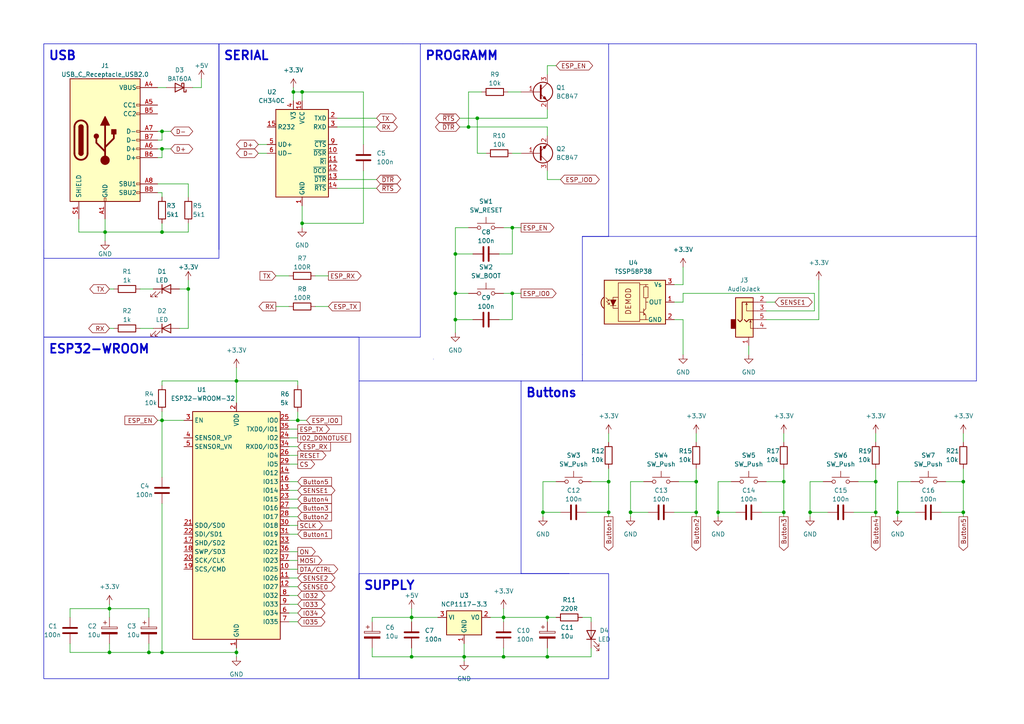
<source format=kicad_sch>
(kicad_sch (version 20230121) (generator eeschema)
  (paper "A4")
  (lib_symbols
    (symbol "Connector:USB_C_Receptacle_USB2.0" (pin_names (offset 1.016))
      (property "Reference" "J" (at -10.16 19.05 0))
      (property "Value" "USB_C_Receptacle_USB2.0" (at 19.05 19.05 0))
      (symbol "USB_C_Receptacle_USB2.0_1_1"
        (pin passive line (at 0 -22.86 90) (length 5.08) (name "GND") (number "A1"))
        (pin passive line (at 0 -22.86 90) (length 5.08) hide (name "GND") (number "A12"))
        (pin passive line (at 15.24 15.24 180) (length 5.08) (name "VBUS") (number "A4"))
        (pin bidirectional line (at 15.24 10.16 180) (length 5.08) (name "CC1") (number "A5"))
        (pin bidirectional line (at 15.24 -2.54 180) (length 5.08) (name "D+") (number "A6"))
        (pin bidirectional line (at 15.24 2.54 180) (length 5.08) (name "D-") (number "A7"))
        (pin bidirectional line (at 15.24 -12.7 180) (length 5.08) (name "SBU1") (number "A8"))
        (pin passive line (at 15.24 15.24 180) (length 5.08) hide (name "VBUS") (number "A9"))
        (pin passive line (at 0 -22.86 90) (length 5.08) hide (name "GND") (number "B1"))
        (pin passive line (at 0 -22.86 90) (length 5.08) hide (name "GND") (number "B12"))
        (pin passive line (at 15.24 15.24 180) (length 5.08) hide (name "VBUS") (number "B4"))
        (pin bidirectional line (at 15.24 7.62 180) (length 5.08) (name "CC2") (number "B5"))
        (pin bidirectional line (at 15.24 -5.08 180) (length 5.08) (name "D+") (number "B6"))
        (pin bidirectional line (at 15.24 0 180) (length 5.08) (name "D-") (number "B7"))
        (pin bidirectional line (at 15.24 -15.24 180) (length 5.08) (name "SBU2") (number "B8"))
        (pin passive line (at 15.24 15.24 180) (length 5.08) hide (name "VBUS") (number "B9"))
        (pin passive line (at -7.62 -22.86 90) (length 5.08) (name "SHIELD") (number "S1"))
      )
    )
    (symbol "Device:C" (pin_numbers hide) (pin_names (offset 0.254))
      (property "Reference" "C" (at 0.635 2.54 0))
      (property "Value" "C" (at 0.635 -2.54 0))
      (symbol "C_1_1"
        (pin passive line (at 0 3.81 270) (length 2.794) (name "~") (number "1"))
        (pin passive line (at 0 -3.81 90) (length 2.794) (name "~") (number "2"))
      )
    )
    (symbol "Device:C_Polarized" (pin_numbers hide) (pin_names (offset 0.254))
      (property "Reference" "C" (at 0.635 2.54 0))
      (property "Value" "C_Polarized" (at 0.635 -2.54 0))
      (symbol "C_Polarized_1_1"
        (pin passive line (at 0 3.81 270) (length 2.794) (name "~") (number "1"))
        (pin passive line (at 0 -3.81 90) (length 2.794) (name "~") (number "2"))
      )
    )
    (symbol "Device:LED" (pin_numbers hide) (pin_names (offset 1.016) hide)
      (property "Reference" "D" (at 0 2.54 0))
      (property "Value" "LED" (at 0 -2.54 0))
      (symbol "LED_1_1"
        (pin passive line (at -3.81 0 0) (length 2.54) (name "K") (number "1"))
        (pin passive line (at 3.81 0 180) (length 2.54) (name "A") (number "2"))
      )
    )
    (symbol "Device:R" (pin_numbers hide) (pin_names (offset 0))
      (property "Reference" "R" (at 2.032 0 90))
      (property "Value" "R" (at 0 0 90))
      (symbol "R_1_1"
        (pin passive line (at 0 3.81 270) (length 1.27) (name "~") (number "1"))
        (pin passive line (at 0 -3.81 90) (length 1.27) (name "~") (number "2"))
      )
    )
    (symbol "Diode:BAT60A" (pin_numbers hide) (pin_names (offset 1.016) hide)
      (property "Reference" "D" (at 0 2.54 0))
      (property "Value" "BAT60A" (at 0 -2.54 0))
      (symbol "BAT60A_1_1"
        (pin passive line (at -3.81 0 0) (length 2.54) (name "K") (number "1"))
        (pin passive line (at 3.81 0 180) (length 2.54) (name "A") (number "2"))
      )
    )
    (symbol "GioN_Custom:AudioJack"
      (property "Reference" "J" (at 0 11.43 0))
      (property "Value" "AudioJack" (at 0 8.89 0))
      (symbol "AudioJack_1_1"
        (pin passive line (at 0 -7.62 90) (length 2.54) (name "~") (number "1"))
        (pin passive line (at 5.08 5.08 180) (length 2.54) (name "~") (number "2"))
        (pin passive line (at 5.08 2.54 180) (length 2.54) (name "~") (number "3"))
        (pin passive line (at 5.08 -2.54 180) (length 2.54) (name "~") (number "4"))
        (pin passive line (at 5.08 0 180) (length 2.54) (name "~") (number "5"))
      )
    )
    (symbol "Interface_USB:CH340C"
      (property "Reference" "U" (at -5.08 13.97 0))
      (property "Value" "CH340C" (at 1.27 13.97 0))
      (symbol "CH340C_1_1"
        (pin power_in line (at 0 -15.24 90) (length 2.54) (name "GND") (number "1"))
        (pin input line (at 10.16 0 180) (length 2.54) (name "~{DSR}") (number "10"))
        (pin input line (at 10.16 -2.54 180) (length 2.54) (name "~{RI}") (number "11"))
        (pin input line (at 10.16 -5.08 180) (length 2.54) (name "~{DCD}") (number "12"))
        (pin output line (at 10.16 -7.62 180) (length 2.54) (name "~{DTR}") (number "13"))
        (pin output line (at 10.16 -10.16 180) (length 2.54) (name "~{RTS}") (number "14"))
        (pin input line (at -10.16 7.62 0) (length 2.54) (name "R232") (number "15"))
        (pin power_in line (at 0 15.24 270) (length 2.54) (name "VCC") (number "16"))
        (pin output line (at 10.16 10.16 180) (length 2.54) (name "TXD") (number "2"))
        (pin input line (at 10.16 7.62 180) (length 2.54) (name "RXD") (number "3"))
        (pin passive line (at -2.54 15.24 270) (length 2.54) (name "V3") (number "4"))
        (pin bidirectional line (at -10.16 2.54 0) (length 2.54) (name "UD+") (number "5"))
        (pin bidirectional line (at -10.16 0 0) (length 2.54) (name "UD-") (number "6"))
        (pin no_connect line (at -7.62 -7.62 0) (length 2.54) hide (name "NC") (number "7"))
        (pin no_connect line (at -7.62 -10.16 0) (length 2.54) hide (name "NC") (number "8"))
        (pin input line (at 10.16 2.54 180) (length 2.54) (name "~{CTS}") (number "9"))
      )
    )
    (symbol "RF_Module:ESP32-WROOM-32"
      (property "Reference" "U" (at -12.7 34.29 0))
      (property "Value" "ESP32-WROOM-32" (at 1.27 34.29 0))
      (symbol "ESP32-WROOM-32_1_1"
        (pin power_in line (at 0 -35.56 90) (length 2.54) (name "GND") (number "1"))
        (pin bidirectional line (at 15.24 -12.7 180) (length 2.54) (name "IO25") (number "10"))
        (pin bidirectional line (at 15.24 -15.24 180) (length 2.54) (name "IO26") (number "11"))
        (pin bidirectional line (at 15.24 -17.78 180) (length 2.54) (name "IO27") (number "12"))
        (pin bidirectional line (at 15.24 10.16 180) (length 2.54) (name "IO14") (number "13"))
        (pin bidirectional line (at 15.24 15.24 180) (length 2.54) (name "IO12") (number "14"))
        (pin passive line (at 0 -35.56 90) (length 2.54) hide (name "GND") (number "15"))
        (pin bidirectional line (at 15.24 12.7 180) (length 2.54) (name "IO13") (number "16"))
        (pin bidirectional line (at -15.24 -5.08 0) (length 2.54) (name "SHD/SD2") (number "17"))
        (pin bidirectional line (at -15.24 -7.62 0) (length 2.54) (name "SWP/SD3") (number "18"))
        (pin bidirectional line (at -15.24 -12.7 0) (length 2.54) (name "SCS/CMD") (number "19"))
        (pin power_in line (at 0 35.56 270) (length 2.54) (name "VDD") (number "2"))
        (pin bidirectional line (at -15.24 -10.16 0) (length 2.54) (name "SCK/CLK") (number "20"))
        (pin bidirectional line (at -15.24 0 0) (length 2.54) (name "SDO/SD0") (number "21"))
        (pin bidirectional line (at -15.24 -2.54 0) (length 2.54) (name "SDI/SD1") (number "22"))
        (pin bidirectional line (at 15.24 7.62 180) (length 2.54) (name "IO15") (number "23"))
        (pin bidirectional line (at 15.24 25.4 180) (length 2.54) (name "IO2") (number "24"))
        (pin bidirectional line (at 15.24 30.48 180) (length 2.54) (name "IO0") (number "25"))
        (pin bidirectional line (at 15.24 20.32 180) (length 2.54) (name "IO4") (number "26"))
        (pin bidirectional line (at 15.24 5.08 180) (length 2.54) (name "IO16") (number "27"))
        (pin bidirectional line (at 15.24 2.54 180) (length 2.54) (name "IO17") (number "28"))
        (pin bidirectional line (at 15.24 17.78 180) (length 2.54) (name "IO5") (number "29"))
        (pin input line (at -15.24 30.48 0) (length 2.54) (name "EN") (number "3"))
        (pin bidirectional line (at 15.24 0 180) (length 2.54) (name "IO18") (number "30"))
        (pin bidirectional line (at 15.24 -2.54 180) (length 2.54) (name "IO19") (number "31"))
        (pin no_connect line (at -12.7 -27.94 0) (length 2.54) hide (name "NC") (number "32"))
        (pin bidirectional line (at 15.24 -5.08 180) (length 2.54) (name "IO21") (number "33"))
        (pin bidirectional line (at 15.24 22.86 180) (length 2.54) (name "RXD0/IO3") (number "34"))
        (pin bidirectional line (at 15.24 27.94 180) (length 2.54) (name "TXD0/IO1") (number "35"))
        (pin bidirectional line (at 15.24 -7.62 180) (length 2.54) (name "IO22") (number "36"))
        (pin bidirectional line (at 15.24 -10.16 180) (length 2.54) (name "IO23") (number "37"))
        (pin passive line (at 0 -35.56 90) (length 2.54) hide (name "GND") (number "38"))
        (pin passive line (at 0 -35.56 90) (length 2.54) hide (name "GND") (number "39"))
        (pin input line (at -15.24 25.4 0) (length 2.54) (name "SENSOR_VP") (number "4"))
        (pin input line (at -15.24 22.86 0) (length 2.54) (name "SENSOR_VN") (number "5"))
        (pin input line (at 15.24 -25.4 180) (length 2.54) (name "IO34") (number "6"))
        (pin input line (at 15.24 -27.94 180) (length 2.54) (name "IO35") (number "7"))
        (pin bidirectional line (at 15.24 -20.32 180) (length 2.54) (name "IO32") (number "8"))
        (pin bidirectional line (at 15.24 -22.86 180) (length 2.54) (name "IO33") (number "9"))
      )
    )
    (symbol "Regulator_Linear:NCP1117-3.3_SOT223"
      (property "Reference" "U" (at -3.81 3.175 0))
      (property "Value" "NCP1117-3.3_SOT223" (at 0 3.175 0))
      (symbol "NCP1117-3.3_SOT223_1_1"
        (pin power_in line (at 0 -7.62 90) (length 2.54) (name "GND") (number "1"))
        (pin power_out line (at 7.62 0 180) (length 2.54) (name "VO") (number "2"))
        (pin power_in line (at -7.62 0 0) (length 2.54) (name "VI") (number "3"))
      )
    )
    (symbol "Sensor_Proximity:TSSP58P38" (pin_names (offset 1.016))
      (property "Reference" "U" (at -10.16 7.62 0))
      (property "Value" "TSSP58P38" (at -10.16 -7.62 0))
      (symbol "TSSP58P38_0_0"
        (text "DEMOD" (at -3.175 0.254 900) (effects (font (size 1.524 1.524))))
      )
      (symbol "TSSP58P38_1_1"
        (pin output line (at 10.16 0 180) (length 2.54) (name "OUT") (number "1"))
        (pin power_in line (at 10.16 -5.08 180) (length 2.54) (name "GND") (number "2"))
        (pin power_in line (at 10.16 5.08 180) (length 2.54) (name "Vs") (number "3"))
      )
    )
    (symbol "Switch:SW_Push" (pin_numbers hide) (pin_names (offset 1.016) hide)
      (property "Reference" "SW" (at 1.27 2.54 0))
      (property "Value" "SW_Push" (at 0 -1.524 0))
      (symbol "SW_Push_0_1"
        (pin passive line (at -5.08 0 0) (length 2.54) (name "1") (number "1"))
        (pin passive line (at 5.08 0 180) (length 2.54) (name "2") (number "2"))
      )
    )
    (symbol "Transistor_BJT:BC847" (pin_names (offset 0) hide)
      (property "Reference" "Q" (at 5.08 1.905 0))
      (property "Value" "BC847" (at 5.08 0 0))
      (symbol "BC847_1_1"
        (pin input line (at -5.08 0 0) (length 5.715) (name "B") (number "1"))
        (pin passive line (at 2.54 -5.08 90) (length 2.54) (name "E") (number "2"))
        (pin passive line (at 2.54 5.08 270) (length 2.54) (name "C") (number "3"))
      )
    )
    (symbol "power:+3.3V" (power) (pin_names (offset 0))
      (property "Value" "+3.3V" (at 0 3.556 0))
      (symbol "+3.3V_1_1"
        (pin power_in line (at 0 0 90) (length 0) hide (name "+3.3V") (number "1"))
      )
    )
    (symbol "power:+5V" (power) (pin_names (offset 0))
      (property "Value" "+5V" (at 0 3.556 0))
      (symbol "+5V_1_1"
        (pin power_in line (at 0 0 90) (length 0) hide (name "+5V") (number "1"))
      )
    )
    (symbol "power:GND" (power) (pin_names (offset 0))
      (property "Value" "GND" (at 0 -3.81 0))
      (symbol "GND_1_1"
        (pin power_in line (at 0 0 270) (length 0) hide (name "GND") (number "1"))
      )
    )
  )
  (junction (at 30.48 67.31))
  (junction (at 68.58 189.23))
  (junction (at 87.63 26.67))
  (junction (at 148.59 66.04))
  (junction (at 227.33 139.7))
  (junction (at 119.38 179.07))
  (junction (at 46.99 121.92))
  (junction (at 208.28 148.59))
  (junction (at 176.53 148.59))
  (junction (at 201.93 148.59))
  (junction (at 148.59 85.09))
  (junction (at 146.05 190.5))
  (junction (at 132.08 85.09))
  (junction (at 146.05 179.07))
  (junction (at 86.36 121.92))
  (junction (at 279.4 148.59))
  (junction (at 119.38 190.5))
  (junction (at 176.53 139.7))
  (junction (at 85.09 26.67))
  (junction (at 132.08 73.66))
  (junction (at 43.18 189.23))
  (junction (at 31.75 176.53))
  (junction (at 46.99 43.18))
  (junction (at 260.35 148.59))
  (junction (at 227.33 148.59))
  (junction (at 87.63 64.77))
  (junction (at 158.75 190.5))
  (junction (at 132.08 92.71))
  (junction (at 138.43 34.29))
  (junction (at 182.88 148.59))
  (junction (at 46.99 67.31))
  (junction (at 68.58 110.49))
  (junction (at 46.99 189.23))
  (junction (at 135.89 36.83))
  (junction (at 157.48 148.59))
  (junction (at 254 139.7))
  (junction (at 31.75 189.23))
  (junction (at 279.4 139.7))
  (junction (at 254 148.59))
  (junction (at 234.95 148.59))
  (junction (at 201.93 139.7))
  (junction (at 46.99 38.1))
  (junction (at 158.75 179.07))
  (junction (at 134.62 190.5))
  (junction (at 54.61 83.82))
  (wire (pts (xy 22.86 63.5) (xy 22.86 67.31)))
  (wire (pts (xy 158.75 36.83) (xy 135.89 36.83)))
  (wire (pts (xy 46.99 38.1) (xy 45.72 38.1)))
  (wire (pts (xy 31.75 95.25) (xy 33.02 95.25)))
  (wire (pts (xy 74.93 41.91) (xy 77.47 41.91)))
  (wire (pts (xy 148.59 66.04) (xy 146.05 66.04)))
  (wire (pts (xy 58.42 25.4) (xy 55.88 25.4)))
  (wire (pts (xy 46.99 111.76) (xy 46.99 110.49)))
  (wire (pts (xy 46.99 110.49) (xy 68.58 110.49)))
  (wire (pts (xy 31.75 176.53) (xy 31.75 179.07)))
  (wire (pts (xy 198.12 82.55) (xy 195.58 82.55)))
  (wire (pts (xy 54.61 95.25) (xy 54.61 83.82)))
  (wire (pts (xy 146.05 187.96) (xy 146.05 190.5)))
  (wire (pts (xy 45.72 53.34) (xy 54.61 53.34)))
  (wire (pts (xy 83.82 121.92) (xy 86.36 121.92)))
  (wire (pts (xy 31.75 186.69) (xy 31.75 189.23)))
  (wire (pts (xy 279.4 148.59) (xy 279.4 149.86)))
  (wire (pts (xy 43.18 189.23) (xy 46.99 189.23)))
  (wire (pts (xy 83.82 144.78) (xy 86.36 144.78)))
  (wire (pts (xy 237.49 81.28) (xy 237.49 92.71)))
  (wire (pts (xy 132.08 85.09) (xy 135.89 85.09)))
  (wire (pts (xy 86.36 119.38) (xy 86.36 121.92)))
  (wire (pts (xy 132.08 92.71) (xy 137.16 92.71)))
  (wire (pts (xy 222.25 139.7) (xy 227.33 139.7)))
  (wire (pts (xy 80.01 88.9) (xy 83.82 88.9)))
  (wire (pts (xy 198.12 87.63) (xy 195.58 87.63)))
  (wire (pts (xy 157.48 139.7) (xy 157.48 148.59)))
  (wire (pts (xy 234.95 148.59) (xy 240.03 148.59)))
  (wire (pts (xy 147.32 26.67) (xy 151.13 26.67)))
  (wire (pts (xy 198.12 77.47) (xy 198.12 82.55)))
  (wire (pts (xy 135.89 26.67) (xy 139.7 26.67)))
  (wire (pts (xy 212.09 139.7) (xy 208.28 139.7)))
  (wire (pts (xy 83.82 154.94) (xy 86.36 154.94)))
  (polyline (pts (xy 168.91 102.87) (xy 168.91 110.49)))
  (wire (pts (xy 46.99 67.31) (xy 54.61 67.31)))
  (polyline (pts (xy 12.7 72.39) (xy 12.7 97.79)))
  (wire (pts (xy 158.75 52.07) (xy 162.56 52.07)))
  (wire (pts (xy 168.91 179.07) (xy 171.45 179.07)))
  (wire (pts (xy 158.75 180.34) (xy 158.75 179.07)))
  (wire (pts (xy 83.82 160.02) (xy 86.36 160.02)))
  (wire (pts (xy 40.64 95.25) (xy 44.45 95.25)))
  (polyline (pts (xy 176.53 12.7) (xy 176.53 68.58)))
  (polyline (pts (xy 151.13 110.49) (xy 151.13 166.37)))
  (wire (pts (xy 176.53 148.59) (xy 170.18 148.59)))
  (wire (pts (xy 176.53 139.7) (xy 176.53 148.59)))
  (wire (pts (xy 208.28 148.59) (xy 208.28 149.86)))
  (wire (pts (xy 279.4 139.7) (xy 279.4 148.59)))
  (wire (pts (xy 171.45 187.96) (xy 171.45 190.5)))
  (wire (pts (xy 83.82 147.32) (xy 86.36 147.32)))
  (wire (pts (xy 217.17 100.33) (xy 217.17 102.87)))
  (wire (pts (xy 234.95 139.7) (xy 234.95 148.59)))
  (wire (pts (xy 46.99 189.23) (xy 68.58 189.23)))
  (wire (pts (xy 135.89 36.83) (xy 135.89 26.67)))
  (wire (pts (xy 83.82 180.34) (xy 86.36 180.34)))
  (wire (pts (xy 182.88 148.59) (xy 182.88 149.86)))
  (wire (pts (xy 46.99 121.92) (xy 53.34 121.92)))
  (wire (pts (xy 144.78 73.66) (xy 148.59 73.66)))
  (wire (pts (xy 83.82 149.86) (xy 86.36 149.86)))
  (wire (pts (xy 158.75 190.5) (xy 146.05 190.5)))
  (wire (pts (xy 58.42 22.86) (xy 58.42 25.4)))
  (wire (pts (xy 30.48 63.5) (xy 30.48 67.31)))
  (wire (pts (xy 195.58 92.71) (xy 198.12 92.71)))
  (wire (pts (xy 107.95 179.07) (xy 119.38 179.07)))
  (wire (pts (xy 85.09 25.4) (xy 85.09 26.67)))
  (wire (pts (xy 146.05 176.53) (xy 146.05 179.07)))
  (wire (pts (xy 83.82 134.62) (xy 86.36 134.62)))
  (wire (pts (xy 54.61 83.82) (xy 54.61 81.28)))
  (wire (pts (xy 105.41 49.53) (xy 105.41 64.77)))
  (wire (pts (xy 46.99 64.77) (xy 46.99 67.31)))
  (wire (pts (xy 133.35 36.83) (xy 135.89 36.83)))
  (wire (pts (xy 46.99 45.72) (xy 45.72 45.72)))
  (wire (pts (xy 20.32 176.53) (xy 31.75 176.53)))
  (wire (pts (xy 157.48 148.59) (xy 162.56 148.59)))
  (wire (pts (xy 119.38 179.07) (xy 119.38 176.53)))
  (polyline (pts (xy 151.13 166.37) (xy 165.1 166.37)))
  (wire (pts (xy 134.62 190.5) (xy 134.62 191.77)))
  (wire (pts (xy 222.25 87.63) (xy 224.79 87.63)))
  (wire (pts (xy 142.24 179.07) (xy 146.05 179.07)))
  (wire (pts (xy 158.75 187.96) (xy 158.75 190.5)))
  (wire (pts (xy 68.58 187.96) (xy 68.58 189.23)))
  (wire (pts (xy 227.33 148.59) (xy 227.33 149.86)))
  (wire (pts (xy 105.41 26.67) (xy 87.63 26.67)))
  (wire (pts (xy 176.53 148.59) (xy 176.53 149.86)))
  (wire (pts (xy 45.72 43.18) (xy 46.99 43.18)))
  (wire (pts (xy 138.43 34.29) (xy 138.43 44.45)))
  (wire (pts (xy 158.75 179.07) (xy 146.05 179.07)))
  (wire (pts (xy 87.63 64.77) (xy 87.63 66.04)))
  (wire (pts (xy 132.08 73.66) (xy 137.16 73.66)))
  (wire (pts (xy 87.63 29.21) (xy 87.63 26.67)))
  (wire (pts (xy 83.82 165.1) (xy 86.36 165.1)))
  (wire (pts (xy 83.82 177.8) (xy 86.36 177.8)))
  (wire (pts (xy 107.95 187.96) (xy 107.95 190.5)))
  (wire (pts (xy 43.18 176.53) (xy 43.18 179.07)))
  (wire (pts (xy 83.82 152.4) (xy 86.36 152.4)))
  (wire (pts (xy 201.93 148.59) (xy 195.58 148.59)))
  (wire (pts (xy 54.61 53.34) (xy 54.61 57.15)))
  (wire (pts (xy 279.4 135.89) (xy 279.4 139.7)))
  (wire (pts (xy 133.35 34.29) (xy 138.43 34.29)))
  (wire (pts (xy 148.59 73.66) (xy 148.59 66.04)))
  (wire (pts (xy 46.99 43.18) (xy 46.99 45.72)))
  (wire (pts (xy 105.41 41.91) (xy 105.41 26.67)))
  (wire (pts (xy 97.79 34.29) (xy 109.22 34.29)))
  (wire (pts (xy 119.38 179.07) (xy 119.38 180.34)))
  (wire (pts (xy 227.33 148.59) (xy 220.98 148.59)))
  (wire (pts (xy 158.75 179.07) (xy 161.29 179.07)))
  (wire (pts (xy 31.75 189.23) (xy 20.32 189.23)))
  (polyline (pts (xy 125.73 104.14) (xy 125.73 104.14)))
  (wire (pts (xy 83.82 139.7) (xy 86.36 139.7)))
  (wire (pts (xy 260.35 139.7) (xy 260.35 148.59)))
  (wire (pts (xy 31.75 175.26) (xy 31.75 176.53)))
  (wire (pts (xy 234.95 148.59) (xy 234.95 149.86)))
  (wire (pts (xy 119.38 187.96) (xy 119.38 190.5)))
  (wire (pts (xy 46.99 119.38) (xy 46.99 121.92)))
  (wire (pts (xy 86.36 111.76) (xy 86.36 110.49)))
  (wire (pts (xy 45.72 25.4) (xy 48.26 25.4)))
  (polyline (pts (xy 12.7 97.79) (xy 121.92 97.79)))
  (wire (pts (xy 31.75 176.53) (xy 43.18 176.53)))
  (wire (pts (xy 31.75 83.82) (xy 33.02 83.82)))
  (wire (pts (xy 86.36 121.92) (xy 88.9 121.92)))
  (wire (pts (xy 158.75 31.75) (xy 158.75 34.29)))
  (wire (pts (xy 158.75 49.53) (xy 158.75 52.07)))
  (wire (pts (xy 158.75 34.29) (xy 138.43 34.29)))
  (wire (pts (xy 260.35 148.59) (xy 265.43 148.59)))
  (polyline (pts (xy 116.84 12.7) (xy 63.5 12.7)))
  (polyline (pts (xy 121.92 97.79) (xy 121.92 12.7)))
  (wire (pts (xy 208.28 139.7) (xy 208.28 148.59)))
  (polyline (pts (xy 168.91 102.87) (xy 168.91 68.58)))
  (polyline (pts (xy 168.91 68.58) (xy 176.53 68.58)))
  (wire (pts (xy 171.45 179.07) (xy 171.45 180.34)))
  (wire (pts (xy 107.95 180.34) (xy 107.95 179.07)))
  (wire (pts (xy 83.82 127) (xy 86.36 127)))
  (wire (pts (xy 46.99 40.64) (xy 46.99 38.1)))
  (wire (pts (xy 20.32 179.07) (xy 20.32 176.53)))
  (wire (pts (xy 83.82 167.64) (xy 86.36 167.64)))
  (wire (pts (xy 222.25 92.71) (xy 237.49 92.71)))
  (polyline (pts (xy 283.21 110.49) (xy 283.21 68.58)))
  (wire (pts (xy 43.18 186.69) (xy 43.18 189.23)))
  (polyline (pts (xy 283.21 68.58) (xy 168.91 68.58)))
  (wire (pts (xy 157.48 148.59) (xy 157.48 149.86)))
  (wire (pts (xy 105.41 64.77) (xy 87.63 64.77)))
  (wire (pts (xy 248.92 139.7) (xy 254 139.7)))
  (wire (pts (xy 91.44 80.01) (xy 95.25 80.01)))
  (polyline (pts (xy 116.84 12.7) (xy 176.53 12.7)))
  (wire (pts (xy 52.07 95.25) (xy 54.61 95.25)))
  (wire (pts (xy 97.79 54.61) (xy 109.22 54.61)))
  (wire (pts (xy 148.59 44.45) (xy 151.13 44.45)))
  (wire (pts (xy 264.16 139.7) (xy 260.35 139.7)))
  (wire (pts (xy 30.48 67.31) (xy 46.99 67.31)))
  (wire (pts (xy 146.05 190.5) (xy 134.62 190.5)))
  (wire (pts (xy 87.63 59.69) (xy 87.63 64.77)))
  (wire (pts (xy 52.07 83.82) (xy 54.61 83.82)))
  (wire (pts (xy 201.93 135.89) (xy 201.93 139.7)))
  (wire (pts (xy 208.28 148.59) (xy 213.36 148.59)))
  (polyline (pts (xy 283.21 12.7) (xy 283.21 68.58)))
  (wire (pts (xy 148.59 85.09) (xy 146.05 85.09)))
  (polyline (pts (xy 176.53 12.7) (xy 283.21 12.7)))
  (wire (pts (xy 182.88 148.59) (xy 187.96 148.59)))
  (polyline (pts (xy 63.5 12.7) (xy 63.5 72.39)))
  (wire (pts (xy 31.75 189.23) (xy 43.18 189.23)))
  (wire (pts (xy 260.35 148.59) (xy 260.35 149.86)))
  (wire (pts (xy 45.72 55.88) (xy 46.99 55.88)))
  (wire (pts (xy 198.12 92.71) (xy 198.12 102.87)))
  (wire (pts (xy 254 148.59) (xy 254 149.86)))
  (wire (pts (xy 254 139.7) (xy 254 148.59)))
  (wire (pts (xy 254 148.59) (xy 247.65 148.59)))
  (wire (pts (xy 201.93 125.73) (xy 201.93 128.27)))
  (wire (pts (xy 83.82 129.54) (xy 86.36 129.54)))
  (wire (pts (xy 40.64 83.82) (xy 44.45 83.82)))
  (wire (pts (xy 274.32 139.7) (xy 279.4 139.7)))
  (wire (pts (xy 107.95 190.5) (xy 119.38 190.5)))
  (wire (pts (xy 86.36 110.49) (xy 68.58 110.49)))
  (wire (pts (xy 83.82 172.72) (xy 86.36 172.72)))
  (wire (pts (xy 236.22 90.17) (xy 236.22 85.09)))
  (wire (pts (xy 68.58 110.49) (xy 68.58 116.84)))
  (wire (pts (xy 91.44 88.9) (xy 95.25 88.9)))
  (wire (pts (xy 132.08 66.04) (xy 132.08 73.66)))
  (wire (pts (xy 176.53 125.73) (xy 176.53 128.27)))
  (wire (pts (xy 46.99 38.1) (xy 49.53 38.1)))
  (wire (pts (xy 83.82 142.24) (xy 86.36 142.24)))
  (wire (pts (xy 148.59 66.04) (xy 151.13 66.04)))
  (wire (pts (xy 158.75 19.05) (xy 161.29 19.05)))
  (wire (pts (xy 83.82 124.46) (xy 86.36 124.46)))
  (wire (pts (xy 20.32 186.69) (xy 20.32 189.23)))
  (wire (pts (xy 46.99 55.88) (xy 46.99 57.15)))
  (wire (pts (xy 238.76 139.7) (xy 234.95 139.7)))
  (wire (pts (xy 85.09 26.67) (xy 87.63 26.67)))
  (wire (pts (xy 45.72 121.92) (xy 46.99 121.92)))
  (wire (pts (xy 279.4 148.59) (xy 273.05 148.59)))
  (wire (pts (xy 254 125.73) (xy 254 128.27)))
  (wire (pts (xy 46.99 121.92) (xy 46.99 138.43)))
  (wire (pts (xy 254 135.89) (xy 254 139.7)))
  (wire (pts (xy 30.48 67.31) (xy 30.48 69.85)))
  (wire (pts (xy 80.01 80.01) (xy 83.82 80.01)))
  (polyline (pts (xy 168.91 110.49) (xy 151.13 110.49)))
  (wire (pts (xy 83.82 132.08) (xy 86.36 132.08)))
  (wire (pts (xy 97.79 36.83) (xy 109.22 36.83)))
  (wire (pts (xy 148.59 85.09) (xy 151.13 85.09)))
  (wire (pts (xy 22.86 67.31) (xy 30.48 67.31)))
  (wire (pts (xy 146.05 179.07) (xy 146.05 180.34)))
  (wire (pts (xy 97.79 52.07) (xy 109.22 52.07)))
  (wire (pts (xy 158.75 39.37) (xy 158.75 36.83)))
  (wire (pts (xy 196.85 139.7) (xy 201.93 139.7)))
  (polyline (pts (xy 168.91 110.49) (xy 283.21 110.49)))
  (wire (pts (xy 83.82 170.18) (xy 86.36 170.18)))
  (wire (pts (xy 46.99 43.18) (xy 49.53 43.18)))
  (wire (pts (xy 138.43 44.45) (xy 140.97 44.45)))
  (wire (pts (xy 54.61 67.31) (xy 54.61 64.77)))
  (wire (pts (xy 171.45 190.5) (xy 158.75 190.5)))
  (wire (pts (xy 201.93 148.59) (xy 201.93 149.86)))
  (wire (pts (xy 227.33 139.7) (xy 227.33 148.59)))
  (wire (pts (xy 85.09 26.67) (xy 85.09 29.21)))
  (wire (pts (xy 227.33 125.73) (xy 227.33 128.27)))
  (wire (pts (xy 68.58 189.23) (xy 68.58 190.5)))
  (wire (pts (xy 83.82 162.56) (xy 86.36 162.56)))
  (wire (pts (xy 158.75 21.59) (xy 158.75 19.05)))
  (wire (pts (xy 182.88 139.7) (xy 182.88 148.59)))
  (wire (pts (xy 161.29 139.7) (xy 157.48 139.7)))
  (wire (pts (xy 132.08 85.09) (xy 132.08 92.71)))
  (wire (pts (xy 45.72 40.64) (xy 46.99 40.64)))
  (wire (pts (xy 201.93 139.7) (xy 201.93 148.59)))
  (wire (pts (xy 46.99 189.23) (xy 46.99 146.05)))
  (wire (pts (xy 227.33 135.89) (xy 227.33 139.7)))
  (wire (pts (xy 134.62 186.69) (xy 134.62 190.5)))
  (wire (pts (xy 222.25 90.17) (xy 236.22 90.17)))
  (wire (pts (xy 119.38 190.5) (xy 134.62 190.5)))
  (wire (pts (xy 144.78 92.71) (xy 148.59 92.71)))
  (wire (pts (xy 198.12 85.09) (xy 198.12 87.63)))
  (wire (pts (xy 132.08 92.71) (xy 132.08 96.52)))
  (wire (pts (xy 74.93 44.45) (xy 77.47 44.45)))
  (wire (pts (xy 148.59 92.71) (xy 148.59 85.09)))
  (wire (pts (xy 186.69 139.7) (xy 182.88 139.7)))
  (wire (pts (xy 171.45 139.7) (xy 176.53 139.7)))
  (wire (pts (xy 236.22 85.09) (xy 198.12 85.09)))
  (polyline (pts (xy 104.14 110.49) (xy 151.13 110.49)))
  (wire (pts (xy 127 179.07) (xy 119.38 179.07)))
  (wire (pts (xy 279.4 125.73) (xy 279.4 128.27)))
  (wire (pts (xy 83.82 175.26) (xy 86.36 175.26)))
  (wire (pts (xy 132.08 73.66) (xy 132.08 85.09)))
  (wire (pts (xy 68.58 106.68) (xy 68.58 110.49)))
  (wire (pts (xy 176.53 135.89) (xy 176.53 139.7)))
  (wire (pts (xy 135.89 66.04) (xy 132.08 66.04)))
  (rectangle (start 12.7 12.7) (end 63.5 74.93))
  (rectangle (start 12.7 97.79) (end 104.14 196.85))
  (rectangle (start 104.14 166.37) (end 176.53 196.85))
  (text "USB" (at 13.97 17.78 0) (effects (font (size 2.54 2.54) (thickness 0.508) bold) (justify left bottom)))
  (text "SERIAL" (at 64.77 17.78 0) (effects (font (size 2.54 2.54) (thickness 0.508) bold) (justify left bottom)))
  (text "ESP32-WROOM" (at 13.97 102.87 0) (effects (font (size 2.54 2.54) (thickness 0.508) bold) (justify left bottom)))
  (text "PROGRAMM\n" (at 123.19 17.78 0) (effects (font (size 2.54 2.54) (thickness 0.508) bold) (justify left bottom)))
  (text "Buttons" (at 152.4 115.57 0) (effects (font (size 2.54 2.54) (thickness 0.508) bold) (justify left bottom)))
  (text "SUPPLY\n" (at 105.41 171.45 0) (effects (font (size 2.54 2.54) (thickness 0.508) bold) (justify left bottom)))
  (global_label "ESP_EN" (shape bidirectional) (at 161.29 19.05 0) (property "Intersheetrefs" "${INTERSHEET_REFS}" (effects hide)))
  (global_label "Button2" (shape output) (at 201.93 149.86 270) (property "Intersheetrefs" "${INTERSHEET_REFS}" (effects hide)))
  (global_label "RX" (shape bidirectional) (at 31.75 95.25 180) (property "Intersheetrefs" "${INTERSHEET_REFS}" (effects hide)))
  (global_label "D-" (shape bidirectional) (at 74.93 44.45 180) (property "Intersheetrefs" "${INTERSHEET_REFS}" (effects hide)))
  (global_label "ESP_IO0" (shape input) (at 88.9 121.92 0) (property "Intersheetrefs" "${INTERSHEET_REFS}" (effects hide)))
  (global_label "SENSE1" (shape bidirectional) (at 86.36 142.24 0) (property "Intersheetrefs" "${INTERSHEET_REFS}" (effects hide)))
  (global_label "Button3" (shape output) (at 227.33 149.86 270) (property "Intersheetrefs" "${INTERSHEET_REFS}" (effects hide)))
  (global_label "TX" (shape bidirectional) (at 31.75 83.82 180) (property "Intersheetrefs" "${INTERSHEET_REFS}" (effects hide)))
  (global_label "ESP_IO0" (shape bidirectional) (at 162.56 52.07 0) (property "Intersheetrefs" "${INTERSHEET_REFS}" (effects hide)))
  (global_label "RX" (shape output) (at 80.01 88.9 180) (property "Intersheetrefs" "${INTERSHEET_REFS}" (effects hide)))
  (global_label "Button1" (shape output) (at 176.53 149.86 270) (property "Intersheetrefs" "${INTERSHEET_REFS}" (effects hide)))
  (global_label "Button1" (shape input) (at 86.36 154.94 0) (property "Intersheetrefs" "${INTERSHEET_REFS}" (effects hide)))
  (global_label "IO34" (shape bidirectional) (at 86.36 177.8 0) (property "Intersheetrefs" "${INTERSHEET_REFS}" (effects hide)))
  (global_label "~{DTR}" (shape bidirectional) (at 133.35 36.83 180) (property "Intersheetrefs" "${INTERSHEET_REFS}" (effects hide)))
  (global_label "ESP_RX" (shape output) (at 95.25 80.01 0) (property "Intersheetrefs" "${INTERSHEET_REFS}" (effects hide)))
  (global_label "Button4" (shape input) (at 86.36 144.78 0) (property "Intersheetrefs" "${INTERSHEET_REFS}" (effects hide)))
  (global_label "Button5" (shape input) (at 86.36 139.7 0) (property "Intersheetrefs" "${INTERSHEET_REFS}" (effects hide)))
  (global_label "IO35" (shape bidirectional) (at 86.36 180.34 0) (property "Intersheetrefs" "${INTERSHEET_REFS}" (effects hide)))
  (global_label "ESP_TX" (shape output) (at 86.36 124.46 0) (property "Intersheetrefs" "${INTERSHEET_REFS}" (effects hide)))
  (global_label "RESET" (shape output) (at 86.36 132.08 0) (property "Intersheetrefs" "${INTERSHEET_REFS}" (effects hide)))
  (global_label "~{RTS}" (shape bidirectional) (at 109.22 54.61 0) (property "Intersheetrefs" "${INTERSHEET_REFS}" (effects hide)))
  (global_label "SENSE2" (shape bidirectional) (at 86.36 167.64 0) (property "Intersheetrefs" "${INTERSHEET_REFS}" (effects hide)))
  (global_label "D-" (shape bidirectional) (at 49.53 38.1 0) (property "Intersheetrefs" "${INTERSHEET_REFS}" (effects hide)))
  (global_label "ESP_IO0" (shape output) (at 151.13 85.09 0) (property "Intersheetrefs" "${INTERSHEET_REFS}" (effects hide)))
  (global_label "D+" (shape bidirectional) (at 49.53 43.18 0) (property "Intersheetrefs" "${INTERSHEET_REFS}" (effects hide)))
  (global_label "ON" (shape output) (at 86.36 160.02 0) (property "Intersheetrefs" "${INTERSHEET_REFS}" (effects hide)))
  (global_label "Button3" (shape input) (at 86.36 147.32 0) (property "Intersheetrefs" "${INTERSHEET_REFS}" (effects hide)))
  (global_label "SCLK" (shape output) (at 86.36 152.4 0) (property "Intersheetrefs" "${INTERSHEET_REFS}" (effects hide)))
  (global_label "SENSE1" (shape bidirectional) (at 224.79 87.63 0) (property "Intersheetrefs" "${INTERSHEET_REFS}" (effects hide)))
  (global_label "IO2_DONOTUSE" (shape passive) (at 86.36 127 0) (property "Intersheetrefs" "${INTERSHEET_REFS}" (effects hide)))
  (global_label "DTA{slash}CTRL" (shape output) (at 86.36 165.1 0) (property "Intersheetrefs" "${INTERSHEET_REFS}" (effects hide)))
  (global_label "ESP_TX" (shape input) (at 95.25 88.9 0) (property "Intersheetrefs" "${INTERSHEET_REFS}" (effects hide)))
  (global_label "Button4" (shape output) (at 254 149.86 270) (property "Intersheetrefs" "${INTERSHEET_REFS}" (effects hide)))
  (global_label "Button2" (shape input) (at 86.36 149.86 0) (property "Intersheetrefs" "${INTERSHEET_REFS}" (effects hide)))
  (global_label "TX" (shape bidirectional) (at 109.22 34.29 0) (property "Intersheetrefs" "${INTERSHEET_REFS}" (effects hide)))
  (global_label "~{RTS}" (shape bidirectional) (at 133.35 34.29 180) (property "Intersheetrefs" "${INTERSHEET_REFS}" (effects hide)))
  (global_label "~{DTR}" (shape bidirectional) (at 109.22 52.07 0) (property "Intersheetrefs" "${INTERSHEET_REFS}" (effects hide)))
  (global_label "CS" (shape output) (at 86.36 134.62 0) (property "Intersheetrefs" "${INTERSHEET_REFS}" (effects hide)))
  (global_label "ESP_EN" (shape output) (at 151.13 66.04 0) (property "Intersheetrefs" "${INTERSHEET_REFS}" (effects hide)))
  (global_label "D+" (shape bidirectional) (at 74.93 41.91 180) (property "Intersheetrefs" "${INTERSHEET_REFS}" (effects hide)))
  (global_label "SENSE0" (shape bidirectional) (at 86.36 170.18 0) (property "Intersheetrefs" "${INTERSHEET_REFS}" (effects hide)))
  (global_label "ESP_EN" (shape input) (at 45.72 121.92 180) (property "Intersheetrefs" "${INTERSHEET_REFS}" (effects hide)))
  (global_label "RX" (shape bidirectional) (at 109.22 36.83 0) (property "Intersheetrefs" "${INTERSHEET_REFS}" (effects hide)))
  (global_label "IO32" (shape bidirectional) (at 86.36 172.72 0) (property "Intersheetrefs" "${INTERSHEET_REFS}" (effects hide)))
  (global_label "TX" (shape input) (at 80.01 80.01 180) (property "Intersheetrefs" "${INTERSHEET_REFS}" (effects hide)))
  (global_label "Button5" (shape output) (at 279.4 149.86 270) (property "Intersheetrefs" "${INTERSHEET_REFS}" (effects hide)))
  (global_label "MOSI" (shape output) (at 86.36 162.56 0) (property "Intersheetrefs" "${INTERSHEET_REFS}" (effects hide)))
  (global_label "IO33" (shape bidirectional) (at 86.36 175.26 0) (property "Intersheetrefs" "${INTERSHEET_REFS}" (effects hide)))
  (global_label "ESP_RX" (shape input) (at 86.36 129.54 0) (property "Intersheetrefs" "${INTERSHEET_REFS}" (effects hide)))
  (symbol (lib_id "Device:C_Polarized") (at 107.95 184.15 0) (unit 1)
    (property "Reference" "C6" (at 111.76 181.991 0) (effects (justify left)))
    (property "Value" "10u" (at 111.76 184.531 0) (effects (justify left)))
    (property "Footprint" "Capacitor_Tantalum_SMD:CP_EIA-3216-18_Kemet-A_Pad1.58x1.35mm_HandSolder" (effects hide))
  )
  (symbol (lib_id "Switch:SW_Push") (at 217.17 139.7 0) (unit 1)
    (property "Reference" "SW5" (at 217.17 132.08 0))
    (property "Value" "SW_Push" (at 217.17 134.62 0))
    (property "Footprint" "Button_Switch_THT:SW_PUSH_6mm_H13mm" (effects hide))
  )
  (symbol (lib_id "Device:LED") (at 171.45 184.15 90) (unit 1)
    (property "Reference" "D4" (at 175.26 182.88 90))
    (property "Value" "LED" (at 175.26 185.42 90))
    (property "Footprint" "LED_SMD:LED_0603_1608Metric_Pad1.05x0.95mm_HandSolder" (effects hide))
  )
  (symbol (lib_id "Device:C_Polarized") (at 31.75 182.88 0) (unit 1)
    (property "Reference" "C2" (at 25.4 181.61 0) (effects (justify left)))
    (property "Value" "10u" (at 25.4 184.15 0) (effects (justify left)))
    (property "Footprint" "Capacitor_Tantalum_SMD:CP_EIA-3216-18_Kemet-A_Pad1.58x1.35mm_HandSolder" (effects hide))
  )
  (symbol (lib_id "power:+3.3V") (at 31.75 175.26 0) (unit 1)
    (property "Reference" "#PWR02" (effects hide))
    (property "Value" "+3.3V" (at 31.75 170.18 0))
  )
  (symbol (lib_id "power:GND") (at 208.28 149.86 0) (unit 1)
    (property "Reference" "#PWR024" (effects hide))
    (property "Value" "GND" (at 208.28 154.94 0))
  )
  (symbol (lib_id "Device:R") (at 46.99 115.57 0) (unit 1)
    (property "Reference" "R4" (at 41.91 114.3 0) (effects (justify left)))
    (property "Value" "10k" (at 41.91 116.84 0) (effects (justify left)))
    (property "Footprint" "Resistor_SMD:R_0603_1608Metric_Pad0.98x0.95mm_HandSolder" (effects hide))
  )
  (symbol (lib_id "Device:LED") (at 48.26 95.25 0) (unit 1)
    (property "Reference" "D2" (at 46.99 90.17 0))
    (property "Value" "LED" (at 46.99 92.71 0))
    (property "Footprint" "LED_SMD:LED_0603_1608Metric_Pad1.05x0.95mm_HandSolder" (effects hide))
  )
  (symbol (lib_id "power:GND") (at 87.63 66.04 0) (unit 1)
    (property "Reference" "#PWR08" (effects hide))
    (property "Value" "GND" (at 87.63 71.12 0))
  )
  (symbol (lib_id "Switch:SW_Push") (at 269.24 139.7 0) (unit 1)
    (property "Reference" "SW7" (at 269.24 132.08 0))
    (property "Value" "SW_Push" (at 269.24 134.62 0))
    (property "Footprint" "Button_Switch_THT:SW_PUSH_6mm_H13mm" (effects hide))
  )
  (symbol (lib_id "power:+3.3V") (at 254 125.73 0) (unit 1)
    (property "Reference" "#PWR033" (effects hide))
    (property "Value" "+3.3V" (at 254 120.65 0))
  )
  (symbol (lib_id "Device:C_Polarized") (at 158.75 184.15 0) (unit 1)
    (property "Reference" "C11" (at 162.56 181.991 0) (effects (justify left)))
    (property "Value" "10u" (at 162.56 184.531 0) (effects (justify left)))
    (property "Footprint" "Capacitor_Tantalum_SMD:CP_EIA-3216-18_Kemet-A_Pad1.58x1.35mm_HandSolder" (effects hide))
  )
  (symbol (lib_id "Device:R") (at 227.33 132.08 0) (unit 1)
    (property "Reference" "R17" (at 222.25 130.81 0) (effects (justify left)))
    (property "Value" "10k" (at 222.25 133.35 0) (effects (justify left)))
    (property "Footprint" "Resistor_SMD:R_0603_1608Metric_Pad0.98x0.95mm_HandSolder" (effects hide))
  )
  (symbol (lib_id "Device:R") (at 144.78 44.45 90) (unit 1)
    (property "Reference" "R10" (at 144.78 39.37 90))
    (property "Value" "10k" (at 144.78 41.91 90))
    (property "Footprint" "Resistor_SMD:R_0603_1608Metric_Pad0.98x0.95mm_HandSolder" (effects hide))
  )
  (symbol (lib_id "Diode:BAT60A") (at 52.07 25.4 180) (unit 1)
    (property "Reference" "D3" (at 52.07 20.32 0))
    (property "Value" "BAT60A" (at 52.07 22.86 0))
    (property "Footprint" "Diode_SMD:D_SOD-323_HandSoldering" (effects hide))
    (property "Datasheet" "https://www.infineon.com/dgdl/Infineon-BAT60ASERIES-DS-v01_01-en.pdf?fileId=db3a304313d846880113def70c9304a9" (effects hide))
  )
  (symbol (lib_id "Device:C") (at 146.05 184.15 0) (unit 1)
    (property "Reference" "C10" (at 149.86 182.88 0) (effects (justify left)))
    (property "Value" "100n" (at 149.86 185.42 0) (effects (justify left)))
    (property "Footprint" "Capacitor_SMD:C_0603_1608Metric_Pad1.08x0.95mm_HandSolder" (effects hide))
  )
  (symbol (lib_id "Device:C") (at 140.97 73.66 90) (unit 1)
    (property "Reference" "C8" (at 140.97 67.31 90))
    (property "Value" "100n" (at 140.97 69.85 90))
    (property "Footprint" "Capacitor_SMD:C_0603_1608Metric_Pad1.08x0.95mm_HandSolder" (effects hide))
  )
  (symbol (lib_id "Device:C") (at 217.17 148.59 90) (unit 1)
    (property "Reference" "C14" (at 217.17 142.24 90))
    (property "Value" "100n" (at 217.17 144.78 90))
    (property "Footprint" "Capacitor_SMD:C_0603_1608Metric_Pad1.08x0.95mm_HandSolder" (effects hide))
  )
  (symbol (lib_id "Device:R") (at 87.63 80.01 90) (unit 1)
    (property "Reference" "R7" (at 87.63 74.93 90))
    (property "Value" "100R" (at 87.63 77.47 90))
    (property "Footprint" "Resistor_SMD:R_0603_1608Metric_Pad0.98x0.95mm_HandSolder" (effects hide))
  )
  (symbol (lib_id "Transistor_BJT:BC847") (at 156.21 26.67 0) (unit 1)
    (property "Reference" "Q1" (at 161.29 25.4 0) (effects (justify left)))
    (property "Value" "BC847" (at 161.29 27.94 0) (effects (justify left)))
    (property "Footprint" "Package_TO_SOT_SMD:SOT-23" (effects hide))
    (property "Datasheet" "http://www.infineon.com/dgdl/Infineon-BC847SERIES_BC848SERIES_BC849SERIES_BC850SERIES-DS-v01_01-en.pdf?fileId=db3a304314dca389011541d4630a1657" (effects hide))
  )
  (symbol (lib_id "power:GND") (at 182.88 149.86 0) (unit 1)
    (property "Reference" "#PWR018" (effects hide))
    (property "Value" "GND" (at 182.88 154.94 0))
  )
  (symbol (lib_id "Device:C") (at 119.38 184.15 0) (unit 1)
    (property "Reference" "C7" (at 123.19 182.88 0) (effects (justify left)))
    (property "Value" "100n" (at 123.19 185.42 0) (effects (justify left)))
    (property "Footprint" "Capacitor_SMD:C_0603_1608Metric_Pad1.08x0.95mm_HandSolder" (effects hide))
  )
  (symbol (lib_id "Switch:SW_Push") (at 191.77 139.7 0) (unit 1)
    (property "Reference" "SW4" (at 191.77 132.08 0))
    (property "Value" "SW_Push" (at 191.77 134.62 0))
    (property "Footprint" "Button_Switch_THT:SW_PUSH_6mm_H13mm" (effects hide))
  )
  (symbol (lib_id "Device:C") (at 105.41 45.72 0) (unit 1)
    (property "Reference" "C5" (at 109.22 44.45 0) (effects (justify left)))
    (property "Value" "100n" (at 109.22 46.99 0) (effects (justify left)))
    (property "Footprint" "Capacitor_SMD:C_0603_1608Metric_Pad1.08x0.95mm_HandSolder" (effects hide))
  )
  (symbol (lib_id "power:GND") (at 198.12 102.87 0) (unit 1)
    (property "Reference" "#PWR09" (effects hide))
    (property "Value" "GND" (at 198.12 107.95 0))
  )
  (symbol (lib_id "power:GND") (at 234.95 149.86 0) (unit 1)
    (property "Reference" "#PWR029" (effects hide))
    (property "Value" "GND" (at 234.95 154.94 0))
  )
  (symbol (lib_id "Device:C") (at 140.97 92.71 90) (unit 1)
    (property "Reference" "C9" (at 140.97 86.36 90))
    (property "Value" "100n" (at 140.97 88.9 90))
    (property "Footprint" "Capacitor_SMD:C_0603_1608Metric_Pad1.08x0.95mm_HandSolder" (effects hide))
  )
  (symbol (lib_id "Device:C") (at 269.24 148.59 90) (unit 1)
    (property "Reference" "C16" (at 269.24 142.24 90))
    (property "Value" "100n" (at 269.24 144.78 90))
    (property "Footprint" "Capacitor_SMD:C_0603_1608Metric_Pad1.08x0.95mm_HandSolder" (effects hide))
  )
  (symbol (lib_id "RF_Module:ESP32-WROOM-32") (at 68.58 152.4 0) (unit 1)
    (property "Reference" "U1" (at 57.15 113.03 0) (effects (justify left)))
    (property "Value" "ESP32-WROOM-32" (at 49.53 115.57 0) (effects (justify left)))
    (property "Footprint" "RF_Module:ESP32-WROOM-32" (effects hide))
    (property "Datasheet" "https://www.espressif.com/sites/default/files/documentation/esp32-wroom-32_datasheet_en.pdf" (effects hide))
  )
  (symbol (lib_id "Device:C") (at 191.77 148.59 90) (unit 1)
    (property "Reference" "C13" (at 191.77 142.24 90))
    (property "Value" "100n" (at 191.77 144.78 90))
    (property "Footprint" "Capacitor_SMD:C_0603_1608Metric_Pad1.08x0.95mm_HandSolder" (effects hide))
  )
  (symbol (lib_id "power:+3.3V") (at 201.93 125.73 0) (unit 1)
    (property "Reference" "#PWR021" (effects hide))
    (property "Value" "+3.3V" (at 201.93 120.65 0))
  )
  (symbol (lib_id "power:+3.3V") (at 176.53 125.73 0) (unit 1)
    (property "Reference" "#PWR017" (effects hide))
    (property "Value" "+3.3V" (at 176.53 120.65 0))
  )
  (symbol (lib_id "power:GND") (at 132.08 96.52 0) (unit 1)
    (property "Reference" "#PWR013" (effects hide))
    (property "Value" "GND" (at 132.08 101.6 0))
  )
  (symbol (lib_id "Transistor_BJT:BC847") (at 156.21 44.45 0) (mirror x) (unit 1)
    (property "Reference" "Q2" (at 161.29 43.18 0) (effects (justify left)))
    (property "Value" "BC847" (at 161.29 45.72 0) (effects (justify left)))
    (property "Footprint" "Package_TO_SOT_SMD:SOT-23" (effects hide))
    (property "Datasheet" "http://www.infineon.com/dgdl/Infineon-BC847SERIES_BC848SERIES_BC849SERIES_BC850SERIES-DS-v01_01-en.pdf?fileId=db3a304314dca389011541d4630a1657" (effects hide))
  )
  (symbol (lib_id "Device:R") (at 165.1 179.07 90) (unit 1)
    (property "Reference" "R11" (at 165.1 173.99 90))
    (property "Value" "220R" (at 165.1 176.53 90))
    (property "Footprint" "Resistor_SMD:R_0603_1608Metric_Pad0.98x0.95mm_HandSolder" (effects hide))
  )
  (symbol (lib_id "Device:C") (at 20.32 182.88 0) (unit 1)
    (property "Reference" "C1" (at 13.97 181.61 0) (effects (justify left)))
    (property "Value" "100n" (at 12.7 184.15 0) (effects (justify left)))
    (property "Footprint" "Capacitor_SMD:C_0603_1608Metric_Pad1.08x0.95mm_HandSolder" (effects hide))
  )
  (symbol (lib_id "Device:R") (at 36.83 83.82 90) (unit 1)
    (property "Reference" "R1" (at 36.83 78.74 90))
    (property "Value" "1k" (at 36.83 81.28 90))
    (property "Footprint" "Resistor_SMD:R_0603_1608Metric_Pad0.98x0.95mm_HandSolder" (effects hide))
  )
  (symbol (lib_id "Device:C") (at 166.37 148.59 90) (unit 1)
    (property "Reference" "C12" (at 166.37 142.24 90))
    (property "Value" "100n" (at 166.37 144.78 90))
    (property "Footprint" "Capacitor_SMD:C_0603_1608Metric_Pad1.08x0.95mm_HandSolder" (effects hide))
  )
  (symbol (lib_id "power:GND") (at 30.48 69.85 0) (unit 1)
    (property "Reference" "#PWR01" (effects hide))
    (property "Value" "GND" (at 30.48 73.66 0))
  )
  (symbol (lib_id "power:GND") (at 157.48 149.86 0) (unit 1)
    (property "Reference" "#PWR016" (effects hide))
    (property "Value" "GND" (at 157.48 154.94 0))
  )
  (symbol (lib_id "power:+5V") (at 58.42 22.86 0) (unit 1)
    (property "Reference" "#PWR04" (effects hide))
    (property "Value" "+5V" (at 58.42 19.05 0))
  )
  (symbol (lib_id "power:+3.3V") (at 279.4 125.73 0) (unit 1)
    (property "Reference" "#PWR036" (effects hide))
    (property "Value" "+3.3V" (at 279.4 120.65 0))
  )
  (symbol (lib_id "Switch:SW_Push") (at 166.37 139.7 0) (unit 1)
    (property "Reference" "SW3" (at 166.37 132.08 0))
    (property "Value" "SW_Push" (at 166.37 134.62 0))
    (property "Footprint" "Button_Switch_THT:SW_PUSH_6mm_H13mm" (effects hide))
  )
  (symbol (lib_id "power:+3.3V") (at 237.49 81.28 0) (unit 1)
    (property "Reference" "#PWR028" (effects hide))
    (property "Value" "+3.3V" (at 237.49 76.2 0))
  )
  (symbol (lib_id "Interface_USB:CH340C") (at 87.63 44.45 0) (unit 1)
    (property "Reference" "U2" (at 77.47 26.67 0) (effects (justify left)))
    (property "Value" "CH340C" (at 74.93 29.21 0) (effects (justify left)))
    (property "Footprint" "Package_SO:SOIC-16_3.9x9.9mm_P1.27mm" (effects hide))
    (property "Datasheet" "https://datasheet.lcsc.com/szlcsc/Jiangsu-Qin-Heng-CH340C_C84681.pdf" (effects hide))
  )
  (symbol (lib_id "Device:R") (at 143.51 26.67 90) (unit 1)
    (property "Reference" "R9" (at 143.51 21.59 90))
    (property "Value" "10k" (at 143.51 24.13 90))
    (property "Footprint" "Resistor_SMD:R_0603_1608Metric_Pad0.98x0.95mm_HandSolder" (effects hide))
  )
  (symbol (lib_id "Device:R") (at 46.99 60.96 0) (unit 1)
    (property "Reference" "R3" (at 48.26 59.69 0) (effects (justify left)))
    (property "Value" "5k1" (at 48.26 62.23 0) (effects (justify left)))
    (property "Footprint" "Resistor_SMD:R_0603_1608Metric_Pad0.98x0.95mm_HandSolder" (effects hide))
  )
  (symbol (lib_id "power:+3.3V") (at 146.05 176.53 0) (unit 1)
    (property "Reference" "#PWR015" (effects hide))
    (property "Value" "+3.3V" (at 146.05 171.45 0))
  )
  (symbol (lib_id "Device:R") (at 176.53 132.08 0) (unit 1)
    (property "Reference" "R12" (at 171.45 130.81 0) (effects (justify left)))
    (property "Value" "10k" (at 171.45 133.35 0) (effects (justify left)))
    (property "Footprint" "Resistor_SMD:R_0603_1608Metric_Pad0.98x0.95mm_HandSolder" (effects hide))
  )
  (symbol (lib_id "power:GND") (at 134.62 191.77 0) (unit 1)
    (property "Reference" "#PWR014" (effects hide))
    (property "Value" "GND" (at 134.62 196.85 0))
  )
  (symbol (lib_id "Device:C_Polarized") (at 43.18 182.88 0) (unit 1)
    (property "Reference" "C3" (at 36.83 181.61 0) (effects (justify left)))
    (property "Value" "10u" (at 36.83 184.15 0) (effects (justify left)))
    (property "Footprint" "Capacitor_Tantalum_SMD:CP_EIA-3216-18_Kemet-A_Pad1.58x1.35mm_HandSolder" (effects hide))
  )
  (symbol (lib_id "Sensor_Proximity:TSSP58P38") (at 185.42 87.63 0) (unit 1)
    (property "Reference" "U4" (at 183.685 76.2 0))
    (property "Value" "TSSP58P38" (at 183.685 78.74 0))
    (property "Footprint" "Package_TO_SOT_THT:TO-92L_HandSolder" (effects hide))
    (property "Datasheet" "http://www.vishay.com/docs/82462/tsop581.pdf" (effects hide))
  )
  (symbol (lib_id "Device:R") (at 87.63 88.9 90) (unit 1)
    (property "Reference" "R8" (at 87.63 83.82 90))
    (property "Value" "100R" (at 87.63 86.36 90))
    (property "Footprint" "Resistor_SMD:R_0603_1608Metric_Pad0.98x0.95mm_HandSolder" (effects hide))
  )
  (symbol (lib_id "power:+3.3V") (at 198.12 77.47 0) (unit 1)
    (property "Reference" "#PWR011" (effects hide))
    (property "Value" "+3.3V" (at 198.12 72.39 0))
  )
  (symbol (lib_id "Device:C") (at 46.99 142.24 0) (unit 1)
    (property "Reference" "C4" (at 40.64 140.97 0) (effects (justify left)))
    (property "Value" "100n" (at 39.37 143.51 0) (effects (justify left)))
    (property "Footprint" "Capacitor_SMD:C_0603_1608Metric_Pad1.08x0.95mm_HandSolder" (effects hide))
  )
  (symbol (lib_id "Device:R") (at 36.83 95.25 90) (unit 1)
    (property "Reference" "R2" (at 36.83 90.17 90))
    (property "Value" "1k" (at 36.83 92.71 90))
    (property "Footprint" "Resistor_SMD:R_0603_1608Metric_Pad0.98x0.95mm_HandSolder" (effects hide))
  )
  (symbol (lib_id "power:+3.3V") (at 85.09 25.4 0) (unit 1)
    (property "Reference" "#PWR07" (effects hide))
    (property "Value" "+3.3V" (at 85.09 20.32 0))
  )
  (symbol (lib_id "power:+3.3V") (at 54.61 81.28 0) (unit 1)
    (property "Reference" "#PWR03" (effects hide))
    (property "Value" "+3.3V" (at 54.61 77.47 0))
  )
  (symbol (lib_id "Device:R") (at 279.4 132.08 0) (unit 1)
    (property "Reference" "R21" (at 274.32 130.81 0) (effects (justify left)))
    (property "Value" "10k" (at 274.32 133.35 0) (effects (justify left)))
    (property "Footprint" "Resistor_SMD:R_0603_1608Metric_Pad0.98x0.95mm_HandSolder" (effects hide))
  )
  (symbol (lib_id "power:+5V") (at 119.38 176.53 0) (unit 1)
    (property "Reference" "#PWR010" (effects hide))
    (property "Value" "+5V" (at 119.38 172.72 0))
  )
  (symbol (lib_id "Device:R") (at 86.36 115.57 0) (unit 1)
    (property "Reference" "R6" (at 81.28 114.3 0) (effects (justify left)))
    (property "Value" "5k" (at 81.28 116.84 0) (effects (justify left)))
    (property "Footprint" "Resistor_SMD:R_0603_1608Metric_Pad0.98x0.95mm_HandSolder" (effects hide))
  )
  (symbol (lib_id "Device:R") (at 201.93 132.08 0) (unit 1)
    (property "Reference" "R15" (at 196.85 130.81 0) (effects (justify left)))
    (property "Value" "10k" (at 196.85 133.35 0) (effects (justify left)))
    (property "Footprint" "Resistor_SMD:R_0603_1608Metric_Pad0.98x0.95mm_HandSolder" (effects hide))
  )
  (symbol (lib_id "power:GND") (at 68.58 190.5 0) (unit 1)
    (property "Reference" "#PWR06" (effects hide))
    (property "Value" "GND" (at 68.58 195.58 0))
  )
  (symbol (lib_id "Switch:SW_Push") (at 140.97 66.04 0) (unit 1)
    (property "Reference" "SW1" (at 140.97 58.42 0))
    (property "Value" "SW_RESET" (at 140.97 60.96 0))
    (property "Footprint" "GioN_Custom:SW_SPST_B3U-1000P" (effects hide))
  )
  (symbol (lib_id "Device:C") (at 243.84 148.59 90) (unit 1)
    (property "Reference" "C15" (at 243.84 142.24 90))
    (property "Value" "100n" (at 243.84 144.78 90))
    (property "Footprint" "Capacitor_SMD:C_0603_1608Metric_Pad1.08x0.95mm_HandSolder" (effects hide))
  )
  (symbol (lib_id "Regulator_Linear:NCP1117-3.3_SOT223") (at 134.62 179.07 0) (unit 1)
    (property "Reference" "U3" (at 134.62 172.72 0))
    (property "Value" "NCP1117-3.3" (at 134.62 175.26 0))
    (property "Footprint" "Package_TO_SOT_SMD:SOT-223-3_TabPin2" (effects hide))
    (property "Datasheet" "http://www.onsemi.com/pub_link/Collateral/NCP1117-D.PDF" (effects hide))
  )
  (symbol (lib_id "Device:R") (at 254 132.08 0) (unit 1)
    (property "Reference" "R19" (at 248.92 130.81 0) (effects (justify left)))
    (property "Value" "10k" (at 248.92 133.35 0) (effects (justify left)))
    (property "Footprint" "Resistor_SMD:R_0603_1608Metric_Pad0.98x0.95mm_HandSolder" (effects hide))
  )
  (symbol (lib_id "Device:R") (at 54.61 60.96 0) (unit 1)
    (property "Reference" "R5" (at 55.88 59.69 0) (effects (justify left)))
    (property "Value" "5k1" (at 55.88 62.23 0) (effects (justify left)))
    (property "Footprint" "Resistor_SMD:R_0603_1608Metric_Pad0.98x0.95mm_HandSolder" (effects hide))
  )
  (symbol (lib_id "GioN_Custom:AudioJack") (at 217.17 92.71 0) (unit 1)
    (property "Reference" "J3" (at 215.8365 81.28 0))
    (property "Value" "AudioJack" (at 215.8365 83.82 0))
    (property "Footprint" "GioN_Custom:PG-203JN" (effects hide))
  )
  (symbol (lib_id "Switch:SW_Push") (at 140.97 85.09 0) (unit 1)
    (property "Reference" "SW2" (at 140.97 77.47 0))
    (property "Value" "SW_BOOT" (at 140.97 80.01 0))
    (property "Footprint" "GioN_Custom:SW_SPST_B3U-1000P" (effects hide))
  )
  (symbol (lib_id "power:+3.3V") (at 227.33 125.73 0) (unit 1)
    (property "Reference" "#PWR026" (effects hide))
    (property "Value" "+3.3V" (at 227.33 120.65 0))
  )
  (symbol (lib_id "power:+3.3V") (at 68.58 106.68 0) (unit 1)
    (property "Reference" "#PWR05" (effects hide))
    (property "Value" "+3.3V" (at 68.58 101.6 0))
  )
  (symbol (lib_id "power:GND") (at 260.35 149.86 0) (unit 1)
    (property "Reference" "#PWR034" (effects hide))
    (property "Value" "GND" (at 260.35 154.94 0))
  )
  (symbol (lib_id "power:GND") (at 217.17 102.87 0) (unit 1)
    (property "Reference" "#PWR025" (effects hide))
    (property "Value" "GND" (at 217.17 107.95 0))
  )
  (symbol (lib_id "Switch:SW_Push") (at 243.84 139.7 0) (unit 1)
    (property "Reference" "SW6" (at 243.84 132.08 0))
    (property "Value" "SW_Push" (at 243.84 134.62 0))
    (property "Footprint" "Button_Switch_THT:SW_PUSH_6mm_H13mm" (effects hide))
  )
  (symbol (lib_id "Connector:USB_C_Receptacle_USB2.0") (at 30.48 40.64 0) (unit 1)
    (property "Reference" "J1" (at 30.48 19.05 0))
    (property "Value" "USB_C_Receptacle_USB2.0" (at 30.48 21.59 0))
    (property "Footprint" "GioN_Custom:USB_C" (effects hide))
    (property "Datasheet" "https://www.usb.org/sites/default/files/documents/usb_type-c.zip" (effects hide))
  )
  (symbol (lib_id "Device:LED") (at 48.26 83.82 0) (unit 1)
    (property "Reference" "D1" (at 46.99 78.74 0))
    (property "Value" "LED" (at 46.99 81.28 0))
    (property "Footprint" "LED_SMD:LED_0603_1608Metric_Pad1.05x0.95mm_HandSolder" (effects hide))
  )
)
</source>
